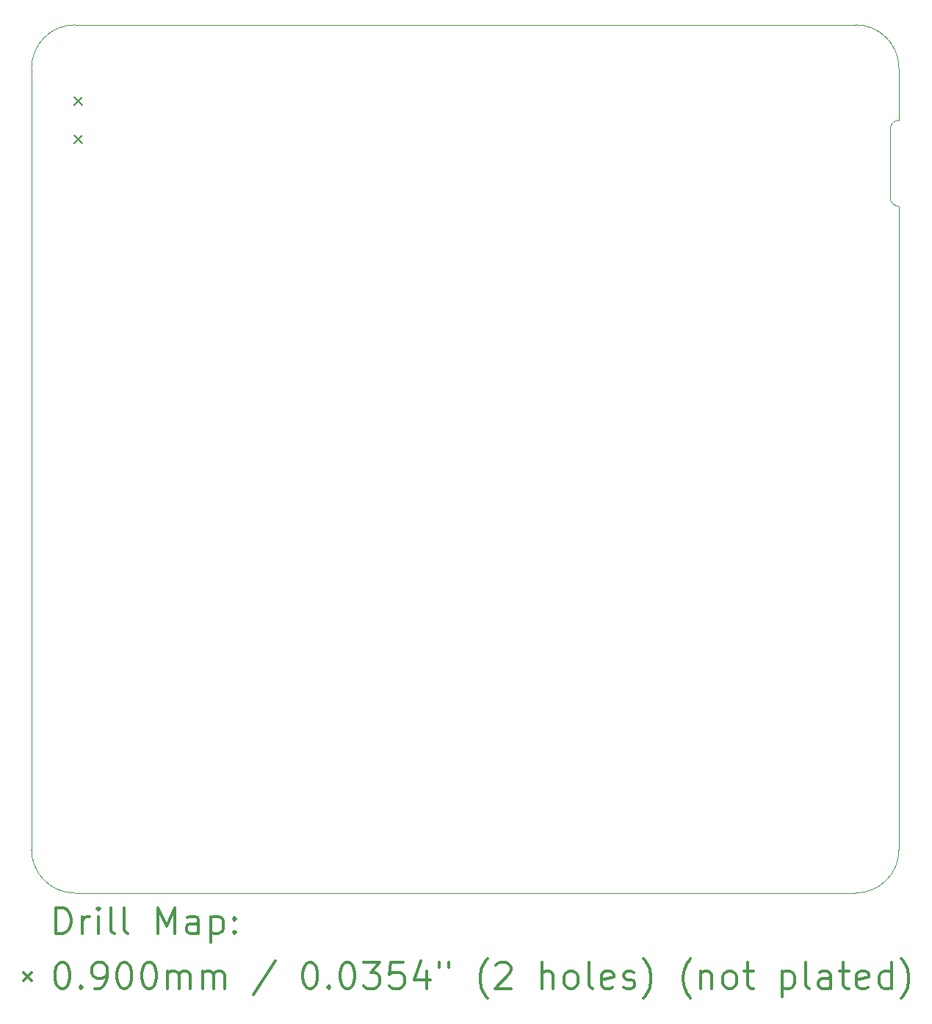
<source format=gbr>
%FSLAX45Y45*%
G04 Gerber Fmt 4.5, Leading zero omitted, Abs format (unit mm)*
G04 Created by KiCad (PCBNEW (5.1.10)-1) date 2022-01-02 12:56:20*
%MOMM*%
%LPD*%
G01*
G04 APERTURE LIST*
%TA.AperFunction,Profile*%
%ADD10C,0.050000*%
%TD*%
%ADD11C,0.200000*%
%ADD12C,0.300000*%
G04 APERTURE END LIST*
D10*
X16500000Y-5100000D02*
X16500000Y-4500000D01*
X16400000Y-5200000D02*
X16400000Y-5990000D01*
X16500000Y-6090000D02*
G75*
G02*
X16400000Y-5990000I0J100000D01*
G01*
X16400000Y-5200000D02*
G75*
G02*
X16500000Y-5100000I100000J0D01*
G01*
X7000000Y-14000000D02*
G75*
G02*
X6500000Y-13500000I0J500000D01*
G01*
X6500000Y-4500000D02*
G75*
G02*
X7000000Y-4000000I500000J0D01*
G01*
X16000000Y-4000000D02*
G75*
G02*
X16500000Y-4500000I0J-500000D01*
G01*
X16500000Y-13500000D02*
G75*
G02*
X16000000Y-14000000I-500000J0D01*
G01*
X6500000Y-4500000D02*
X6500000Y-13500000D01*
X16000000Y-4000000D02*
X7000000Y-4000000D01*
X16500000Y-13500000D02*
X16500000Y-6090000D01*
X7000000Y-14000000D02*
X16000000Y-14000000D01*
D11*
X6995000Y-4835000D02*
X7085000Y-4925000D01*
X7085000Y-4835000D02*
X6995000Y-4925000D01*
X6995000Y-5275000D02*
X7085000Y-5365000D01*
X7085000Y-5275000D02*
X6995000Y-5365000D01*
D12*
X6783928Y-14468214D02*
X6783928Y-14168214D01*
X6855357Y-14168214D01*
X6898214Y-14182500D01*
X6926786Y-14211071D01*
X6941071Y-14239643D01*
X6955357Y-14296786D01*
X6955357Y-14339643D01*
X6941071Y-14396786D01*
X6926786Y-14425357D01*
X6898214Y-14453929D01*
X6855357Y-14468214D01*
X6783928Y-14468214D01*
X7083928Y-14468214D02*
X7083928Y-14268214D01*
X7083928Y-14325357D02*
X7098214Y-14296786D01*
X7112500Y-14282500D01*
X7141071Y-14268214D01*
X7169643Y-14268214D01*
X7269643Y-14468214D02*
X7269643Y-14268214D01*
X7269643Y-14168214D02*
X7255357Y-14182500D01*
X7269643Y-14196786D01*
X7283928Y-14182500D01*
X7269643Y-14168214D01*
X7269643Y-14196786D01*
X7455357Y-14468214D02*
X7426786Y-14453929D01*
X7412500Y-14425357D01*
X7412500Y-14168214D01*
X7612500Y-14468214D02*
X7583928Y-14453929D01*
X7569643Y-14425357D01*
X7569643Y-14168214D01*
X7955357Y-14468214D02*
X7955357Y-14168214D01*
X8055357Y-14382500D01*
X8155357Y-14168214D01*
X8155357Y-14468214D01*
X8426786Y-14468214D02*
X8426786Y-14311071D01*
X8412500Y-14282500D01*
X8383928Y-14268214D01*
X8326786Y-14268214D01*
X8298214Y-14282500D01*
X8426786Y-14453929D02*
X8398214Y-14468214D01*
X8326786Y-14468214D01*
X8298214Y-14453929D01*
X8283928Y-14425357D01*
X8283928Y-14396786D01*
X8298214Y-14368214D01*
X8326786Y-14353929D01*
X8398214Y-14353929D01*
X8426786Y-14339643D01*
X8569643Y-14268214D02*
X8569643Y-14568214D01*
X8569643Y-14282500D02*
X8598214Y-14268214D01*
X8655357Y-14268214D01*
X8683928Y-14282500D01*
X8698214Y-14296786D01*
X8712500Y-14325357D01*
X8712500Y-14411071D01*
X8698214Y-14439643D01*
X8683928Y-14453929D01*
X8655357Y-14468214D01*
X8598214Y-14468214D01*
X8569643Y-14453929D01*
X8841071Y-14439643D02*
X8855357Y-14453929D01*
X8841071Y-14468214D01*
X8826786Y-14453929D01*
X8841071Y-14439643D01*
X8841071Y-14468214D01*
X8841071Y-14282500D02*
X8855357Y-14296786D01*
X8841071Y-14311071D01*
X8826786Y-14296786D01*
X8841071Y-14282500D01*
X8841071Y-14311071D01*
X6407500Y-14917500D02*
X6497500Y-15007500D01*
X6497500Y-14917500D02*
X6407500Y-15007500D01*
X6841071Y-14798214D02*
X6869643Y-14798214D01*
X6898214Y-14812500D01*
X6912500Y-14826786D01*
X6926786Y-14855357D01*
X6941071Y-14912500D01*
X6941071Y-14983929D01*
X6926786Y-15041071D01*
X6912500Y-15069643D01*
X6898214Y-15083929D01*
X6869643Y-15098214D01*
X6841071Y-15098214D01*
X6812500Y-15083929D01*
X6798214Y-15069643D01*
X6783928Y-15041071D01*
X6769643Y-14983929D01*
X6769643Y-14912500D01*
X6783928Y-14855357D01*
X6798214Y-14826786D01*
X6812500Y-14812500D01*
X6841071Y-14798214D01*
X7069643Y-15069643D02*
X7083928Y-15083929D01*
X7069643Y-15098214D01*
X7055357Y-15083929D01*
X7069643Y-15069643D01*
X7069643Y-15098214D01*
X7226786Y-15098214D02*
X7283928Y-15098214D01*
X7312500Y-15083929D01*
X7326786Y-15069643D01*
X7355357Y-15026786D01*
X7369643Y-14969643D01*
X7369643Y-14855357D01*
X7355357Y-14826786D01*
X7341071Y-14812500D01*
X7312500Y-14798214D01*
X7255357Y-14798214D01*
X7226786Y-14812500D01*
X7212500Y-14826786D01*
X7198214Y-14855357D01*
X7198214Y-14926786D01*
X7212500Y-14955357D01*
X7226786Y-14969643D01*
X7255357Y-14983929D01*
X7312500Y-14983929D01*
X7341071Y-14969643D01*
X7355357Y-14955357D01*
X7369643Y-14926786D01*
X7555357Y-14798214D02*
X7583928Y-14798214D01*
X7612500Y-14812500D01*
X7626786Y-14826786D01*
X7641071Y-14855357D01*
X7655357Y-14912500D01*
X7655357Y-14983929D01*
X7641071Y-15041071D01*
X7626786Y-15069643D01*
X7612500Y-15083929D01*
X7583928Y-15098214D01*
X7555357Y-15098214D01*
X7526786Y-15083929D01*
X7512500Y-15069643D01*
X7498214Y-15041071D01*
X7483928Y-14983929D01*
X7483928Y-14912500D01*
X7498214Y-14855357D01*
X7512500Y-14826786D01*
X7526786Y-14812500D01*
X7555357Y-14798214D01*
X7841071Y-14798214D02*
X7869643Y-14798214D01*
X7898214Y-14812500D01*
X7912500Y-14826786D01*
X7926786Y-14855357D01*
X7941071Y-14912500D01*
X7941071Y-14983929D01*
X7926786Y-15041071D01*
X7912500Y-15069643D01*
X7898214Y-15083929D01*
X7869643Y-15098214D01*
X7841071Y-15098214D01*
X7812500Y-15083929D01*
X7798214Y-15069643D01*
X7783928Y-15041071D01*
X7769643Y-14983929D01*
X7769643Y-14912500D01*
X7783928Y-14855357D01*
X7798214Y-14826786D01*
X7812500Y-14812500D01*
X7841071Y-14798214D01*
X8069643Y-15098214D02*
X8069643Y-14898214D01*
X8069643Y-14926786D02*
X8083928Y-14912500D01*
X8112500Y-14898214D01*
X8155357Y-14898214D01*
X8183928Y-14912500D01*
X8198214Y-14941071D01*
X8198214Y-15098214D01*
X8198214Y-14941071D02*
X8212500Y-14912500D01*
X8241071Y-14898214D01*
X8283928Y-14898214D01*
X8312500Y-14912500D01*
X8326786Y-14941071D01*
X8326786Y-15098214D01*
X8469643Y-15098214D02*
X8469643Y-14898214D01*
X8469643Y-14926786D02*
X8483928Y-14912500D01*
X8512500Y-14898214D01*
X8555357Y-14898214D01*
X8583928Y-14912500D01*
X8598214Y-14941071D01*
X8598214Y-15098214D01*
X8598214Y-14941071D02*
X8612500Y-14912500D01*
X8641071Y-14898214D01*
X8683928Y-14898214D01*
X8712500Y-14912500D01*
X8726786Y-14941071D01*
X8726786Y-15098214D01*
X9312500Y-14783929D02*
X9055357Y-15169643D01*
X9698214Y-14798214D02*
X9726786Y-14798214D01*
X9755357Y-14812500D01*
X9769643Y-14826786D01*
X9783928Y-14855357D01*
X9798214Y-14912500D01*
X9798214Y-14983929D01*
X9783928Y-15041071D01*
X9769643Y-15069643D01*
X9755357Y-15083929D01*
X9726786Y-15098214D01*
X9698214Y-15098214D01*
X9669643Y-15083929D01*
X9655357Y-15069643D01*
X9641071Y-15041071D01*
X9626786Y-14983929D01*
X9626786Y-14912500D01*
X9641071Y-14855357D01*
X9655357Y-14826786D01*
X9669643Y-14812500D01*
X9698214Y-14798214D01*
X9926786Y-15069643D02*
X9941071Y-15083929D01*
X9926786Y-15098214D01*
X9912500Y-15083929D01*
X9926786Y-15069643D01*
X9926786Y-15098214D01*
X10126786Y-14798214D02*
X10155357Y-14798214D01*
X10183928Y-14812500D01*
X10198214Y-14826786D01*
X10212500Y-14855357D01*
X10226786Y-14912500D01*
X10226786Y-14983929D01*
X10212500Y-15041071D01*
X10198214Y-15069643D01*
X10183928Y-15083929D01*
X10155357Y-15098214D01*
X10126786Y-15098214D01*
X10098214Y-15083929D01*
X10083928Y-15069643D01*
X10069643Y-15041071D01*
X10055357Y-14983929D01*
X10055357Y-14912500D01*
X10069643Y-14855357D01*
X10083928Y-14826786D01*
X10098214Y-14812500D01*
X10126786Y-14798214D01*
X10326786Y-14798214D02*
X10512500Y-14798214D01*
X10412500Y-14912500D01*
X10455357Y-14912500D01*
X10483928Y-14926786D01*
X10498214Y-14941071D01*
X10512500Y-14969643D01*
X10512500Y-15041071D01*
X10498214Y-15069643D01*
X10483928Y-15083929D01*
X10455357Y-15098214D01*
X10369643Y-15098214D01*
X10341071Y-15083929D01*
X10326786Y-15069643D01*
X10783928Y-14798214D02*
X10641071Y-14798214D01*
X10626786Y-14941071D01*
X10641071Y-14926786D01*
X10669643Y-14912500D01*
X10741071Y-14912500D01*
X10769643Y-14926786D01*
X10783928Y-14941071D01*
X10798214Y-14969643D01*
X10798214Y-15041071D01*
X10783928Y-15069643D01*
X10769643Y-15083929D01*
X10741071Y-15098214D01*
X10669643Y-15098214D01*
X10641071Y-15083929D01*
X10626786Y-15069643D01*
X11055357Y-14898214D02*
X11055357Y-15098214D01*
X10983928Y-14783929D02*
X10912500Y-14998214D01*
X11098214Y-14998214D01*
X11198214Y-14798214D02*
X11198214Y-14855357D01*
X11312500Y-14798214D02*
X11312500Y-14855357D01*
X11755357Y-15212500D02*
X11741071Y-15198214D01*
X11712500Y-15155357D01*
X11698214Y-15126786D01*
X11683928Y-15083929D01*
X11669643Y-15012500D01*
X11669643Y-14955357D01*
X11683928Y-14883929D01*
X11698214Y-14841071D01*
X11712500Y-14812500D01*
X11741071Y-14769643D01*
X11755357Y-14755357D01*
X11855357Y-14826786D02*
X11869643Y-14812500D01*
X11898214Y-14798214D01*
X11969643Y-14798214D01*
X11998214Y-14812500D01*
X12012500Y-14826786D01*
X12026786Y-14855357D01*
X12026786Y-14883929D01*
X12012500Y-14926786D01*
X11841071Y-15098214D01*
X12026786Y-15098214D01*
X12383928Y-15098214D02*
X12383928Y-14798214D01*
X12512500Y-15098214D02*
X12512500Y-14941071D01*
X12498214Y-14912500D01*
X12469643Y-14898214D01*
X12426786Y-14898214D01*
X12398214Y-14912500D01*
X12383928Y-14926786D01*
X12698214Y-15098214D02*
X12669643Y-15083929D01*
X12655357Y-15069643D01*
X12641071Y-15041071D01*
X12641071Y-14955357D01*
X12655357Y-14926786D01*
X12669643Y-14912500D01*
X12698214Y-14898214D01*
X12741071Y-14898214D01*
X12769643Y-14912500D01*
X12783928Y-14926786D01*
X12798214Y-14955357D01*
X12798214Y-15041071D01*
X12783928Y-15069643D01*
X12769643Y-15083929D01*
X12741071Y-15098214D01*
X12698214Y-15098214D01*
X12969643Y-15098214D02*
X12941071Y-15083929D01*
X12926786Y-15055357D01*
X12926786Y-14798214D01*
X13198214Y-15083929D02*
X13169643Y-15098214D01*
X13112500Y-15098214D01*
X13083928Y-15083929D01*
X13069643Y-15055357D01*
X13069643Y-14941071D01*
X13083928Y-14912500D01*
X13112500Y-14898214D01*
X13169643Y-14898214D01*
X13198214Y-14912500D01*
X13212500Y-14941071D01*
X13212500Y-14969643D01*
X13069643Y-14998214D01*
X13326786Y-15083929D02*
X13355357Y-15098214D01*
X13412500Y-15098214D01*
X13441071Y-15083929D01*
X13455357Y-15055357D01*
X13455357Y-15041071D01*
X13441071Y-15012500D01*
X13412500Y-14998214D01*
X13369643Y-14998214D01*
X13341071Y-14983929D01*
X13326786Y-14955357D01*
X13326786Y-14941071D01*
X13341071Y-14912500D01*
X13369643Y-14898214D01*
X13412500Y-14898214D01*
X13441071Y-14912500D01*
X13555357Y-15212500D02*
X13569643Y-15198214D01*
X13598214Y-15155357D01*
X13612500Y-15126786D01*
X13626786Y-15083929D01*
X13641071Y-15012500D01*
X13641071Y-14955357D01*
X13626786Y-14883929D01*
X13612500Y-14841071D01*
X13598214Y-14812500D01*
X13569643Y-14769643D01*
X13555357Y-14755357D01*
X14098214Y-15212500D02*
X14083928Y-15198214D01*
X14055357Y-15155357D01*
X14041071Y-15126786D01*
X14026786Y-15083929D01*
X14012500Y-15012500D01*
X14012500Y-14955357D01*
X14026786Y-14883929D01*
X14041071Y-14841071D01*
X14055357Y-14812500D01*
X14083928Y-14769643D01*
X14098214Y-14755357D01*
X14212500Y-14898214D02*
X14212500Y-15098214D01*
X14212500Y-14926786D02*
X14226786Y-14912500D01*
X14255357Y-14898214D01*
X14298214Y-14898214D01*
X14326786Y-14912500D01*
X14341071Y-14941071D01*
X14341071Y-15098214D01*
X14526786Y-15098214D02*
X14498214Y-15083929D01*
X14483928Y-15069643D01*
X14469643Y-15041071D01*
X14469643Y-14955357D01*
X14483928Y-14926786D01*
X14498214Y-14912500D01*
X14526786Y-14898214D01*
X14569643Y-14898214D01*
X14598214Y-14912500D01*
X14612500Y-14926786D01*
X14626786Y-14955357D01*
X14626786Y-15041071D01*
X14612500Y-15069643D01*
X14598214Y-15083929D01*
X14569643Y-15098214D01*
X14526786Y-15098214D01*
X14712500Y-14898214D02*
X14826786Y-14898214D01*
X14755357Y-14798214D02*
X14755357Y-15055357D01*
X14769643Y-15083929D01*
X14798214Y-15098214D01*
X14826786Y-15098214D01*
X15155357Y-14898214D02*
X15155357Y-15198214D01*
X15155357Y-14912500D02*
X15183928Y-14898214D01*
X15241071Y-14898214D01*
X15269643Y-14912500D01*
X15283928Y-14926786D01*
X15298214Y-14955357D01*
X15298214Y-15041071D01*
X15283928Y-15069643D01*
X15269643Y-15083929D01*
X15241071Y-15098214D01*
X15183928Y-15098214D01*
X15155357Y-15083929D01*
X15469643Y-15098214D02*
X15441071Y-15083929D01*
X15426786Y-15055357D01*
X15426786Y-14798214D01*
X15712500Y-15098214D02*
X15712500Y-14941071D01*
X15698214Y-14912500D01*
X15669643Y-14898214D01*
X15612500Y-14898214D01*
X15583928Y-14912500D01*
X15712500Y-15083929D02*
X15683928Y-15098214D01*
X15612500Y-15098214D01*
X15583928Y-15083929D01*
X15569643Y-15055357D01*
X15569643Y-15026786D01*
X15583928Y-14998214D01*
X15612500Y-14983929D01*
X15683928Y-14983929D01*
X15712500Y-14969643D01*
X15812500Y-14898214D02*
X15926786Y-14898214D01*
X15855357Y-14798214D02*
X15855357Y-15055357D01*
X15869643Y-15083929D01*
X15898214Y-15098214D01*
X15926786Y-15098214D01*
X16141071Y-15083929D02*
X16112500Y-15098214D01*
X16055357Y-15098214D01*
X16026786Y-15083929D01*
X16012500Y-15055357D01*
X16012500Y-14941071D01*
X16026786Y-14912500D01*
X16055357Y-14898214D01*
X16112500Y-14898214D01*
X16141071Y-14912500D01*
X16155357Y-14941071D01*
X16155357Y-14969643D01*
X16012500Y-14998214D01*
X16412500Y-15098214D02*
X16412500Y-14798214D01*
X16412500Y-15083929D02*
X16383928Y-15098214D01*
X16326786Y-15098214D01*
X16298214Y-15083929D01*
X16283928Y-15069643D01*
X16269643Y-15041071D01*
X16269643Y-14955357D01*
X16283928Y-14926786D01*
X16298214Y-14912500D01*
X16326786Y-14898214D01*
X16383928Y-14898214D01*
X16412500Y-14912500D01*
X16526786Y-15212500D02*
X16541071Y-15198214D01*
X16569643Y-15155357D01*
X16583928Y-15126786D01*
X16598214Y-15083929D01*
X16612500Y-15012500D01*
X16612500Y-14955357D01*
X16598214Y-14883929D01*
X16583928Y-14841071D01*
X16569643Y-14812500D01*
X16541071Y-14769643D01*
X16526786Y-14755357D01*
M02*

</source>
